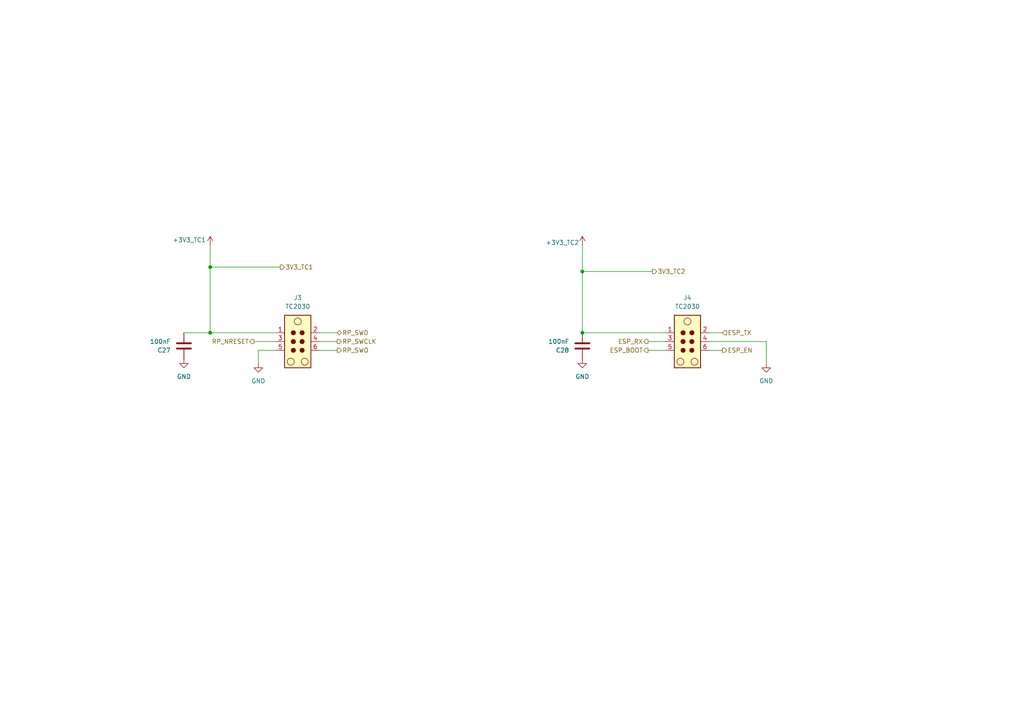
<source format=kicad_sch>
(kicad_sch (version 20250114) (generator "eeschema") (generator_version "9.0")
  (paper "A4")
  (lib_symbols
    (symbol "Connector:TC2030" (in_bom no)
      (property "Reference" "J" (at 1.27 8.89 0))
      (property "Value" "TC2030" (at 1.27 -8.89 0))
      (symbol "TC2030_1_1"
        (rectangle (start -2.54 7.62) (end 5.08 -7.62) (stroke (width 0.254)) (fill (type background)))
        (circle (center -0.762 -5.842) (radius 1.016))
        (circle (center 0 2.54) (radius 0.635) (fill (type outline)))
        (circle (center 0 0) (radius 0.635) (fill (type outline)))
        (circle (center 0 -2.54) (radius 0.635) (fill (type outline)))
        (circle (center 1.27 5.842) (radius 1.016))
        (circle (center 2.54 2.54) (radius 0.635) (fill (type outline)))
        (circle (center 2.54 0) (radius 0.635) (fill (type outline)))
        (circle (center 2.54 -2.54) (radius 0.635) (fill (type outline)))
        (circle (center 3.302 -5.842) (radius 1.016))
        (pin passive line (at -5.08 2.54 0) (length 2.54) (name "~") (number "1"))
        (pin passive line (at -5.08 0 0) (length 2.54) (name "~") (number "3"))
        (pin passive line (at -5.08 -2.54 0) (length 2.54) (name "~") (number "5"))
        (pin passive line (at 7.62 2.54 180) (length 2.54) (name "~") (number "2"))
        (pin passive line (at 7.62 0 180) (length 2.54) (name "~") (number "4"))
        (pin passive line (at 7.62 -2.54 180) (length 2.54) (name "~") (number "6"))
      )
    )
    (symbol "Device:C" (pin_numbers (hide yes)) (pin_names (offset 0.254))
      (property "Reference" "C" (at 0.635 2.54 0))
      (property "Value" "C" (at 0.635 -2.54 0))
      (symbol "C_0_1"
        (polyline (pts (xy -2.032 0.762) (xy 2.032 0.762)) (stroke (width 0.508)))
        (polyline (pts (xy -2.032 -0.762) (xy 2.032 -0.762)) (stroke (width 0.508)))
      )
      (symbol "C_1_1"
        (pin passive line (at 0 3.81 270) (length 2.794) (name "~") (number "1"))
        (pin passive line (at 0 -3.81 90) (length 2.794) (name "~") (number "2"))
      )
    )
    (symbol "power:+3V3" (power) (pin_numbers (hide yes)) (pin_names (offset 0) (hide yes))
      (property "Value" "+3V3" (at 0 3.556 0))
      (symbol "+3V3_0_1"
        (polyline (pts (xy -0.762 1.27) (xy 0 2.54)))
        (polyline (pts (xy 0 2.54) (xy 0.762 1.27)))
        (polyline (pts (xy 0 0) (xy 0 2.54)))
      )
      (symbol "+3V3_1_1"
        (pin power_in line (at 0 0 90) (length 0) (name "~") (number "1"))
      )
    )
    (symbol "power:GND" (power) (pin_numbers (hide yes)) (pin_names (offset 0) (hide yes))
      (property "Value" "GND" (at 0 -3.81 0))
      (symbol "GND_0_1"
        (polyline (pts (xy 0 0) (xy 0 -1.27) (xy 1.27 -1.27) (xy 0 -2.54) (xy -1.27 -1.27) (xy 0 -1.27)))
      )
      (symbol "GND_1_1"
        (pin power_in line (at 0 0 270) (length 0) (name "~") (number "1"))
      )
    )
  )
  (junction (at 60.96 77.47))
  (junction (at 168.91 78.74))
  (junction (at 60.96 96.52))
  (junction (at 168.91 96.52))
  (wire (pts (xy 60.96 71.12) (xy 60.96 77.47)))
  (wire (pts (xy 92.71 101.6) (xy 97.79 101.6)))
  (wire (pts (xy 80.01 101.6) (xy 74.93 101.6)))
  (wire (pts (xy 205.74 101.6) (xy 209.55 101.6)))
  (wire (pts (xy 205.74 99.06) (xy 222.25 99.06)))
  (wire (pts (xy 168.91 78.74) (xy 189.23 78.74)))
  (wire (pts (xy 73.66 99.06) (xy 80.01 99.06)))
  (wire (pts (xy 53.34 96.52) (xy 60.96 96.52)))
  (wire (pts (xy 60.96 96.52) (xy 80.01 96.52)))
  (wire (pts (xy 187.96 101.6) (xy 193.04 101.6)))
  (wire (pts (xy 187.96 99.06) (xy 193.04 99.06)))
  (wire (pts (xy 60.96 77.47) (xy 60.96 96.52)))
  (wire (pts (xy 92.71 99.06) (xy 97.79 99.06)))
  (wire (pts (xy 222.25 99.06) (xy 222.25 105.41)))
  (wire (pts (xy 92.71 96.52) (xy 97.79 96.52)))
  (wire (pts (xy 168.91 96.52) (xy 193.04 96.52)))
  (wire (pts (xy 168.91 78.74) (xy 168.91 96.52)))
  (wire (pts (xy 60.96 77.47) (xy 81.28 77.47)))
  (wire (pts (xy 205.74 96.52) (xy 209.55 96.52)))
  (wire (pts (xy 168.91 71.12) (xy 168.91 78.74)))
  (wire (pts (xy 74.93 101.6) (xy 74.93 105.41)))
  (hierarchical_label "ESP_EN" (shape output) (at 209.55 101.6 0))
  (hierarchical_label "3V3_TC2" (shape output) (at 189.23 78.74 0))
  (hierarchical_label "RP_NRESET" (shape output) (at 73.66 99.06 180))
  (hierarchical_label "ESP_TX" (shape input) (at 209.55 96.52 0))
  (hierarchical_label "ESP_RX" (shape output) (at 187.96 99.06 180))
  (hierarchical_label "ESP_BOOT" (shape output) (at 187.96 101.6 180))
  (hierarchical_label "RP_SWD" (shape bidirectional) (at 97.79 96.52 0))
  (hierarchical_label "RP_SWO" (shape output) (at 97.79 101.6 0))
  (hierarchical_label "3V3_TC1" (shape output) (at 81.28 77.47 0))
  (hierarchical_label "RP_SWCLK" (shape output) (at 97.79 99.06 0))
  (symbol (lib_id "power:GND") (at 53.34 104.14 0) (unit 1)
    (property "Reference" "#PWR058" (effects (hide yes)))
    (property "Value" "GND" (at 53.34 109.22 0))
    (property "Description" "Power symbol creates a global label with name \"GND\" , ground" (effects (hide yes)))
  )
  (symbol (lib_id "Device:C") (at 53.34 100.33 180) (unit 1)
    (property "Reference" "C27" (at 49.53 101.6001 0) (effects (justify left)))
    (property "Value" "100nF" (at 49.53 99.06 0) (effects (justify left)))
    (property "Footprint" "Capacitor_SMD:C_0402_1005Metric" (effects (hide yes)))
    (property "Datasheet" "https://mm.digikey.com/Volume0/opasdata/d220001/medias/docus/729/CL05B104KA5NNNC_Spec.pdf" (effects (hide yes)))
    (property "Description" "CAP CER 0.1UF 25V X7R 0402" (effects (hide yes)))
    (property "Part Number" "CL05B104KA5NNNC" (effects (hide yes)))
    (property "Provider" "Digikey" (effects (hide yes)))
  )
  (symbol (lib_id "power:GND") (at 168.91 104.14 0) (unit 1)
    (property "Reference" "#PWR059" (effects (hide yes)))
    (property "Value" "GND" (at 168.91 109.22 0))
    (property "Description" "Power symbol creates a global label with name \"GND\" , ground" (effects (hide yes)))
  )
  (symbol (lib_id "power:GND") (at 222.25 105.41 0) (unit 1)
    (property "Reference" "#PWR036" (effects (hide yes)))
    (property "Value" "GND" (at 222.25 110.49 0))
    (property "Description" "Power symbol creates a global label with name \"GND\" , ground" (effects (hide yes)))
  )
  (symbol (lib_id "power:+3V3") (at 168.91 71.12 0) (unit 1)
    (property "Reference" "#PWR035" (effects (hide yes)))
    (property "Value" "+3V3_TC2" (at 158.242 70.358 0) (effects (justify left)))
    (property "Description" "Power symbol creates a global label with name \"+3V3\"" (effects (hide yes)))
  )
  (symbol (lib_id "Device:C") (at 168.91 100.33 180) (unit 1)
    (property "Reference" "C28" (at 165.1 101.6001 0) (effects (justify left)))
    (property "Value" "100nF" (at 165.1 99.06 0) (effects (justify left)))
    (property "Footprint" "Capacitor_SMD:C_0402_1005Metric" (effects (hide yes)))
    (property "Datasheet" "https://mm.digikey.com/Volume0/opasdata/d220001/medias/docus/729/CL05B104KA5NNNC_Spec.pdf" (effects (hide yes)))
    (property "Description" "CAP CER 0.1UF 25V X7R 0402" (effects (hide yes)))
    (property "Part Number" "CL05B104KA5NNNC" (effects (hide yes)))
    (property "Provider" "Digikey" (effects (hide yes)))
  )
  (symbol (lib_id "Connector:TC2030") (at 85.09 99.06 0) (unit 1) (in_bom no)
    (property "Reference" "J3" (at 86.36 86.36 0))
    (property "Value" "TC2030" (at 86.36 88.9 0))
    (property "Footprint" "Connector:Tag-Connect_TC2030-IDC-NL_2x03_P1.27mm_Vertical" (effects (hide yes)))
    (property "Datasheet" "https://www.tag-connect.com/wp-content/uploads/bsk-pdf-manager/2019/12/TC2030-IDC-NL-Datasheet-Rev-B.pdf" (effects (hide yes)))
    (property "Description" "Tag-Connect’s 6-pins connector" (effects (hide yes)))
  )
  (symbol (lib_id "power:GND") (at 74.93 105.41 0) (unit 1)
    (property "Reference" "#PWR024" (effects (hide yes)))
    (property "Value" "GND" (at 74.93 110.49 0))
    (property "Description" "Power symbol creates a global label with name \"GND\" , ground" (effects (hide yes)))
  )
  (symbol (lib_id "power:+3V3") (at 60.96 71.12 0) (unit 1)
    (property "Reference" "#PWR023" (effects (hide yes)))
    (property "Value" "+3V3_TC1" (at 50.038 69.596 0) (effects (justify left)))
    (property "Description" "Power symbol creates a global label with name \"+3V3\"" (effects (hide yes)))
  )
  (symbol (lib_id "Connector:TC2030") (at 198.12 99.06 0) (unit 1) (in_bom no)
    (property "Reference" "J4" (at 199.39 86.36 0))
    (property "Value" "TC2030" (at 199.39 88.9 0))
    (property "Footprint" "Connector:Tag-Connect_TC2030-IDC-NL_2x03_P1.27mm_Vertical" (effects (hide yes)))
    (property "Datasheet" "https://www.tag-connect.com/wp-content/uploads/bsk-pdf-manager/2019/12/TC2030-IDC-NL-Datasheet-Rev-B.pdf" (effects (hide yes)))
    (property "Description" "Tag-Connect’s 6-pins connector" (effects (hide yes)))
  )
)
</source>
